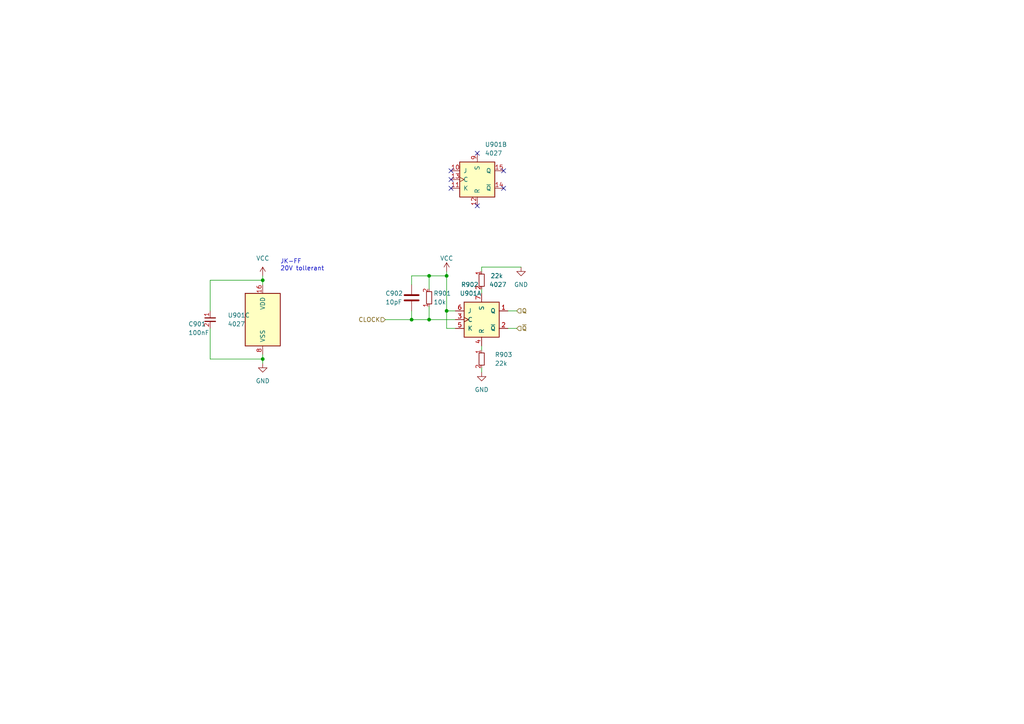
<source format=kicad_sch>
(kicad_sch (version 20231120) (generator "eeschema") (generator_version "8.0")
  (paper "A4")
  (lib_symbols
    (symbol "4xxx:4027" (pin_names (offset 1.016))
      (property "Reference" "U" (at -7.62 8.89 0))
      (property "Value" "4027" (at -7.62 -8.89 0))
      (symbol "4027_1_1"
        (rectangle (start -5.08 5.08) (end 5.08 -5.08) (stroke (width 0.254)) (fill (type background)))
        (pin output line (at 7.62 2.54 180) (length 2.54) (name "Q") (number "1"))
        (pin output line (at 7.62 -2.54 180) (length 2.54) (name "~{Q}") (number "2"))
        (pin input clock (at -7.62 0 0) (length 2.54) (name "C") (number "3"))
        (pin input line (at 0 -7.62 90) (length 2.54) (name "R") (number "4"))
        (pin input line (at -7.62 -2.54 0) (length 2.54) (name "K") (number "5"))
        (pin input line (at -7.62 2.54 0) (length 2.54) (name "J") (number "6"))
        (pin input line (at 0 7.62 270) (length 2.54) (name "S") (number "7"))
      )
      (symbol "4027_2_1"
        (rectangle (start -5.08 5.08) (end 5.08 -5.08) (stroke (width 0.254)) (fill (type background)))
        (pin input line (at -7.62 2.54 0) (length 2.54) (name "J") (number "10"))
        (pin input line (at -7.62 -2.54 0) (length 2.54) (name "K") (number "11"))
        (pin input line (at 0 -7.62 90) (length 2.54) (name "R") (number "12"))
        (pin input clock (at -7.62 0 0) (length 2.54) (name "C") (number "13"))
        (pin output line (at 7.62 -2.54 180) (length 2.54) (name "~{Q}") (number "14"))
        (pin output line (at 7.62 2.54 180) (length 2.54) (name "Q") (number "15"))
        (pin input line (at 0 7.62 270) (length 2.54) (name "S") (number "9"))
      )
      (symbol "4027_3_0"
        (pin power_in line (at 0 10.16 270) (length 2.54) (name "VDD") (number "16"))
        (pin power_in line (at 0 -10.16 90) (length 2.54) (name "VSS") (number "8"))
      )
      (symbol "4027_3_1"
        (rectangle (start -5.08 7.62) (end 5.08 -7.62) (stroke (width 0.254)) (fill (type background)))
      )
    )
    (symbol "Device:C" (pin_numbers hide) (pin_names (offset 0.254))
      (property "Reference" "C" (at 0.635 2.54 0))
      (property "Value" "C" (at 0.635 -2.54 0))
      (symbol "C_0_1"
        (polyline (pts (xy -2.032 -0.762) (xy 2.032 -0.762)) (stroke (width 0.508)))
        (polyline (pts (xy -2.032 0.762) (xy 2.032 0.762)) (stroke (width 0.508)))
      )
      (symbol "C_1_1"
        (pin passive line (at 0 3.81 270) (length 2.794) (name "~") (number "1"))
        (pin passive line (at 0 -3.81 90) (length 2.794) (name "~") (number "2"))
      )
    )
    (symbol "capacitor_miscellaneous:C_0402_100nF"
      (property "Reference" "C" (at 1.27 2.54 0))
      (property "Value" "100nF" (at 3.81 -2.54 0))
      (symbol "C_0402_100nF_0_1"
        (polyline (pts (xy -1.524 -0.508) (xy 1.524 -0.508)) (stroke (width 0.3302)))
        (polyline (pts (xy -1.524 0.508) (xy 1.524 0.508)) (stroke (width 0.3048)))
      )
      (symbol "C_0402_100nF_1_1"
        (pin passive line (at 0 2.54 270) (length 2.032) (name "~") (number "1"))
        (pin passive line (at 0 -2.54 90) (length 2.032) (name "~") (number "2"))
      )
    )
    (symbol "power:GND" (power) (pin_names (offset 0))
      (property "Value" "GND" (at 0 -3.81 0))
      (symbol "GND_0_1"
        (polyline (pts (xy 0 0) (xy 0 -1.27) (xy 1.27 -1.27) (xy 0 -2.54) (xy -1.27 -1.27) (xy 0 -1.27)))
      )
      (symbol "GND_1_1"
        (pin power_in line (at 0 0 270) (length 0) hide (name "GND") (number "1"))
      )
    )
    (symbol "power:VCC" (power) (pin_names (offset 0))
      (property "Value" "VCC" (at 0 3.81 0))
      (symbol "VCC_0_1"
        (polyline (pts (xy -0.762 1.27) (xy 0 2.54)))
        (polyline (pts (xy 0 0) (xy 0 2.54)))
        (polyline (pts (xy 0 2.54) (xy 0.762 1.27)))
      )
      (symbol "VCC_1_1"
        (pin power_in line (at 0 0 90) (length 0) hide (name "VCC") (number "1"))
      )
    )
    (symbol "resistors_0603:R_10k_0603"
      (property "Reference" "R" (at 1.27 2.54 0))
      (property "Value" "10k" (at 2.54 -2.54 0))
      (symbol "R_10k_0603_0_1"
        (rectangle (start -0.762 1.778) (end 0.762 -1.778) (stroke (width 0.2032)))
      )
      (symbol "R_10k_0603_1_1"
        (pin passive line (at 0 2.54 270) (length 0.762) (name "~") (number "1"))
        (pin passive line (at 0 -2.54 90) (length 0.762) (name "~") (number "2"))
      )
    )
    (symbol "resistors_0603:R_22k_0603"
      (property "Reference" "R" (at 1.27 2.54 0))
      (property "Value" "22k" (at 2.54 -2.54 0))
      (symbol "R_22k_0603_0_1"
        (rectangle (start -0.762 1.778) (end 0.762 -1.778) (stroke (width 0.2032)))
      )
      (symbol "R_22k_0603_1_1"
        (pin passive line (at 0 2.54 270) (length 0.762) (name "~") (number "1"))
        (pin passive line (at 0 -2.54 90) (length 0.762) (name "~") (number "2"))
      )
    )
  )
  (junction (at 129.54 80.01))
  (junction (at 129.54 90.17))
  (junction (at 76.2 81.28))
  (junction (at 76.2 104.14))
  (junction (at 124.46 92.71))
  (junction (at 119.38 92.71))
  (junction (at 124.46 80.01))
  (no_connect (at 146.05 54.61))
  (no_connect (at 146.05 49.53))
  (no_connect (at 130.81 49.53))
  (no_connect (at 130.81 54.61))
  (no_connect (at 130.81 52.07))
  (no_connect (at 138.43 59.69))
  (no_connect (at 138.43 44.45))
  (wire (pts (xy 139.7 77.47) (xy 139.7 78.74)))
  (wire (pts (xy 151.13 77.47) (xy 139.7 77.47)))
  (wire (pts (xy 129.54 95.25) (xy 132.08 95.25)))
  (wire (pts (xy 149.86 90.17) (xy 147.32 90.17)))
  (wire (pts (xy 60.96 104.14) (xy 60.96 95.25)))
  (wire (pts (xy 124.46 92.71) (xy 132.08 92.71)))
  (wire (pts (xy 124.46 88.9) (xy 124.46 92.71)))
  (wire (pts (xy 76.2 80.01) (xy 76.2 81.28)))
  (wire (pts (xy 139.7 101.6) (xy 139.7 100.33)))
  (wire (pts (xy 129.54 80.01) (xy 129.54 90.17)))
  (wire (pts (xy 119.38 80.01) (xy 124.46 80.01)))
  (wire (pts (xy 147.32 95.25) (xy 149.86 95.25)))
  (wire (pts (xy 129.54 90.17) (xy 129.54 95.25)))
  (wire (pts (xy 119.38 82.55) (xy 119.38 80.01)))
  (wire (pts (xy 129.54 90.17) (xy 132.08 90.17)))
  (wire (pts (xy 129.54 78.74) (xy 129.54 80.01)))
  (wire (pts (xy 60.96 104.14) (xy 76.2 104.14)))
  (wire (pts (xy 111.76 92.71) (xy 119.38 92.71)))
  (wire (pts (xy 76.2 104.14) (xy 76.2 105.41)))
  (wire (pts (xy 119.38 90.17) (xy 119.38 92.71)))
  (wire (pts (xy 60.96 90.17) (xy 60.96 81.28)))
  (wire (pts (xy 139.7 83.82) (xy 139.7 85.09)))
  (wire (pts (xy 76.2 104.14) (xy 76.2 102.87)))
  (wire (pts (xy 124.46 80.01) (xy 129.54 80.01)))
  (wire (pts (xy 124.46 83.82) (xy 124.46 80.01)))
  (wire (pts (xy 119.38 92.71) (xy 124.46 92.71)))
  (wire (pts (xy 139.7 107.95) (xy 139.7 106.68)))
  (wire (pts (xy 60.96 81.28) (xy 76.2 81.28)))
  (wire (pts (xy 76.2 81.28) (xy 76.2 82.55)))
  (text "JK-FF\n20V tollerant" (at 81.28 78.74 0) (effects (font (size 1.27 1.27)) (justify left bottom)))
  (hierarchical_label "CLOCK" (shape input) (at 111.76 92.71 180))
  (hierarchical_label "Q" (shape input) (at 149.86 90.17 0))
  (hierarchical_label "~{Q}" (shape input) (at 149.86 95.25 0))
  (symbol (lib_id "power:GND") (at 76.2 105.41 0) (unit 1)
    (property "Reference" "#PWR0902" (effects (hide yes)))
    (property "Value" "GND" (at 76.2 110.49 0))
  )
  (symbol (lib_id "4xxx:4027") (at 139.7 92.71 0) (unit 1)
    (property "Reference" "U901" (at 133.35 85.09 0) (effects (justify left)))
    (property "Value" "4027" (at 141.8941 82.55 0) (effects (justify left)))
    (property "Footprint" "Package_SO:SOIC-16_3.9x9.9mm_P1.27mm" (effects (hide yes)))
    (property "Datasheet" "http://www.intersil.com/content/dam/Intersil/documents/cd40/cd4027bms.pdf" (effects (hide yes)))
    (property "JLCPCB Part#" "C157536" (effects (hide yes)))
  )
  (symbol (lib_id "4xxx:4027") (at 76.2 92.71 0) (unit 3)
    (property "Reference" "U901" (at 66.04 91.44 0) (effects (justify left)))
    (property "Value" "4027" (at 66.04 93.98 0) (effects (justify left)))
    (property "Footprint" "Package_SO:SOIC-16_3.9x9.9mm_P1.27mm" (effects (hide yes)))
    (property "Datasheet" "http://www.intersil.com/content/dam/Intersil/documents/cd40/cd4027bms.pdf" (effects (hide yes)))
    (property "JLCPCB Part#" "C157536" (effects (hide yes)))
  )
  (symbol (lib_id "4xxx:4027") (at 138.43 52.07 0) (unit 2)
    (property "Reference" "U901" (at 140.6241 41.91 0) (effects (justify left)))
    (property "Value" "4027" (at 140.6241 44.45 0) (effects (justify left)))
    (property "Footprint" "Package_SO:SOIC-16_3.9x9.9mm_P1.27mm" (effects (hide yes)))
    (property "Datasheet" "http://www.intersil.com/content/dam/Intersil/documents/cd40/cd4027bms.pdf" (effects (hide yes)))
    (property "JLCPCB Part#" "C157536" (effects (hide yes)))
  )
  (symbol (lib_id "resistors_0603:R_22k_0603") (at 139.7 81.28 0) (unit 1)
    (property "Reference" "R902" (at 133.6959 82.55 0) (effects (justify left)))
    (property "Value" "22k" (at 142.24 80.01 0) (effects (justify left)))
    (property "Footprint" "custom_kicad_lib_sk:R_0603_smalltext" (effects (hide yes)))
    (property "JLCPCB Part#" "C31850" (effects (hide yes)))
  )
  (symbol (lib_id "power:VCC") (at 129.54 78.74 0) (unit 1)
    (property "Reference" "#PWR0903" (effects (hide yes)))
    (property "Value" "VCC" (at 129.54 74.93 0))
  )
  (symbol (lib_id "capacitor_miscellaneous:C_0402_100nF") (at 60.96 92.71 0) (unit 1)
    (property "Reference" "C901" (at 54.61 93.98 0) (effects (justify left)))
    (property "Value" "100nF" (at 54.61 96.52 0) (effects (justify left)))
    (property "Footprint" "Capacitor_SMD:C_0402_1005Metric" (effects (hide yes)))
    (property "JLCPCB Part#" "C307331" (effects (hide yes)))
  )
  (symbol (lib_id "resistors_0603:R_10k_0603") (at 124.46 86.36 180) (unit 1)
    (property "Reference" "R901" (at 125.73 85.09 0) (effects (justify right)))
    (property "Value" "10k" (at 125.73 87.63 0) (effects (justify right)))
    (property "Footprint" "custom_kicad_lib_sk:R_0603_smalltext" (effects (hide yes)))
    (property "JLCPCB Part#" "C25804" (effects (hide yes)))
  )
  (symbol (lib_id "power:GND") (at 139.7 107.95 0) (unit 1)
    (property "Reference" "#PWR0904" (effects (hide yes)))
    (property "Value" "GND" (at 139.7 113.03 0))
  )
  (symbol (lib_id "Device:C") (at 119.38 86.36 0) (unit 1)
    (property "Reference" "C902" (at 111.76 85.09 0) (effects (justify left)))
    (property "Value" "10pF" (at 111.76 87.63 0) (effects (justify left)))
    (property "Footprint" "Capacitor_SMD:C_0603_1608Metric" (effects (hide yes)))
    (property "JLCPCB Part" "C1634" (effects (hide yes)))
  )
  (symbol (lib_id "resistors_0603:R_22k_0603") (at 139.7 104.14 0) (unit 1)
    (property "Reference" "R903" (at 143.51 102.87 0) (effects (justify left)))
    (property "Value" "22k" (at 143.51 105.41 0) (effects (justify left)))
    (property "Footprint" "custom_kicad_lib_sk:R_0603_smalltext" (effects (hide yes)))
    (property "JLCPCB Part#" "C31850" (effects (hide yes)))
  )
  (symbol (lib_id "power:VCC") (at 76.2 80.01 0) (unit 1)
    (property "Reference" "#PWR0901" (effects (hide yes)))
    (property "Value" "VCC" (at 76.2 74.93 0))
  )
  (symbol (lib_id "power:GND") (at 151.13 77.47 0) (unit 1)
    (property "Reference" "#PWR0905" (effects (hide yes)))
    (property "Value" "GND" (at 151.13 82.55 0))
  )
)
</source>
